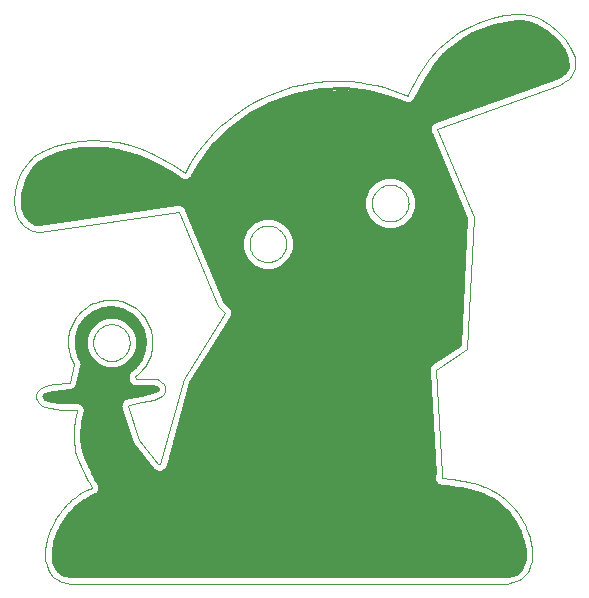
<source format=gtl>
G75*
G70*
%OFA0B0*%
%FSLAX24Y24*%
%IPPOS*%
%LPD*%
%AMOC8*
5,1,8,0,0,1.08239X$1,22.5*
%
%ADD10C,0.0000*%
%ADD11C,0.0240*%
%ADD12C,0.0100*%
D10*
X001382Y000617D02*
X001342Y000762D01*
X001315Y000858D01*
X001302Y000906D01*
X001299Y001092D01*
X001296Y001216D01*
X001295Y001278D01*
X001329Y001461D01*
X001352Y001583D01*
X001363Y001644D01*
X001427Y001821D01*
X001469Y001939D01*
X001491Y001998D01*
X001580Y002165D01*
X001640Y002277D01*
X001670Y002333D01*
X001784Y002488D01*
X001859Y002592D01*
X001897Y002643D01*
X002035Y002782D01*
X002126Y002875D01*
X002172Y002921D01*
X002331Y003039D01*
X002438Y003118D01*
X002491Y003157D01*
X002670Y003250D01*
X002789Y003311D01*
X002849Y003342D01*
X002774Y003482D01*
X002724Y003576D01*
X002698Y003623D01*
X002626Y003764D01*
X002578Y003858D01*
X002554Y003905D01*
X002487Y004049D01*
X002442Y004145D01*
X002420Y004192D01*
X002363Y004361D01*
X002325Y004474D01*
X002306Y004530D01*
X002278Y004705D01*
X002259Y004821D01*
X002249Y004879D01*
X002246Y005056D01*
X002245Y005174D01*
X002244Y005232D01*
X002264Y005408D01*
X002277Y005525D01*
X002283Y005584D01*
X002320Y005757D01*
X002345Y005873D01*
X002357Y005931D01*
X002323Y005931D01*
X002045Y005940D01*
X001760Y005946D01*
X001717Y005950D01*
X001591Y005968D01*
X001507Y005981D01*
X001464Y005987D01*
X001300Y006042D01*
X001190Y006079D01*
X001078Y006158D01*
X001028Y006248D01*
X000988Y006338D01*
X000988Y006448D01*
X001048Y006573D01*
X001158Y006668D01*
X001313Y006738D01*
X001548Y006788D01*
X002108Y006838D01*
X002258Y007468D01*
X002221Y007533D01*
X002188Y007600D01*
X002158Y007669D01*
X002132Y007739D01*
X002110Y007810D01*
X002092Y007883D01*
X002077Y007956D01*
X002066Y008030D01*
X002060Y008104D01*
X002057Y008179D01*
X002058Y008254D01*
X002064Y008328D01*
X002073Y008403D01*
X002086Y008476D01*
X002103Y008549D01*
X002124Y008621D01*
X002148Y008691D01*
X002176Y008761D01*
X002208Y008828D01*
X002244Y008894D01*
X002283Y008958D01*
X002325Y009020D01*
X002371Y009079D01*
X002419Y009136D01*
X002471Y009190D01*
X002525Y009241D01*
X002582Y009290D01*
X002641Y009335D01*
X002703Y009377D01*
X002767Y009416D01*
X002833Y009451D01*
X002901Y009483D01*
X002970Y009511D01*
X003041Y009536D01*
X003112Y009556D01*
X003185Y009573D01*
X003259Y009586D01*
X003333Y009595D01*
X003408Y009600D01*
X003483Y009601D01*
X003557Y009598D01*
X003632Y009591D01*
X003706Y009580D01*
X003779Y009566D01*
X003851Y009547D01*
X003923Y009525D01*
X003993Y009498D01*
X004061Y009468D01*
X004128Y009435D01*
X004193Y009398D01*
X004256Y009358D01*
X004317Y009314D01*
X004375Y009267D01*
X004431Y009217D01*
X004484Y009165D01*
X004534Y009109D01*
X004581Y009051D01*
X004625Y008991D01*
X004666Y008928D01*
X004703Y008863D01*
X004737Y008797D01*
X004767Y008728D01*
X004794Y008658D01*
X004817Y008587D01*
X004836Y008515D01*
X004851Y008442D01*
X004862Y008368D01*
X004869Y008293D01*
X004873Y008219D01*
X004872Y008144D01*
X004868Y008069D01*
X004859Y007995D01*
X004847Y007921D01*
X004830Y007848D01*
X004810Y007776D01*
X004786Y007706D01*
X004758Y007636D01*
X004727Y007568D01*
X004692Y007502D01*
X004654Y007438D01*
X004612Y007376D01*
X004567Y007316D01*
X004519Y007259D01*
X004468Y007204D01*
X004414Y007153D01*
X004357Y007104D01*
X004298Y007058D01*
X004308Y006968D01*
X004823Y006978D01*
X005008Y006958D01*
X005083Y006918D01*
X005173Y006878D01*
X005258Y006798D01*
X005298Y006688D01*
X005298Y006568D01*
X005258Y006468D01*
X005188Y006398D01*
X005068Y006328D01*
X004918Y006278D01*
X004538Y006198D01*
X004078Y006108D01*
X004058Y006078D01*
X004418Y004938D01*
X005068Y004128D01*
X005128Y004128D01*
X005908Y006958D01*
X006678Y008198D01*
X007288Y009178D01*
X007048Y009408D01*
X005758Y012538D01*
X001118Y011878D01*
X001098Y011878D01*
X000868Y011898D01*
X000588Y012068D01*
X000398Y012308D01*
X000288Y012588D01*
X000258Y012888D01*
X000288Y013218D01*
X000368Y013538D01*
X000428Y013698D01*
X000498Y013848D01*
X000678Y014138D01*
X000918Y014388D01*
X001218Y014568D01*
X001618Y014728D01*
X002028Y014838D01*
X002448Y014908D01*
X002868Y014928D01*
X002918Y014928D01*
X003308Y014908D01*
X003728Y014848D01*
X004128Y014748D01*
X004518Y014618D01*
X004888Y014468D01*
X005258Y014278D01*
X005608Y014068D01*
X005948Y013838D01*
X008108Y011468D02*
X008110Y011517D01*
X008116Y011566D01*
X008126Y011614D01*
X008139Y011661D01*
X008157Y011707D01*
X008178Y011751D01*
X008202Y011794D01*
X008230Y011834D01*
X008261Y011873D01*
X008295Y011908D01*
X008332Y011941D01*
X008371Y011970D01*
X008413Y011996D01*
X008456Y012019D01*
X008502Y012038D01*
X008548Y012054D01*
X008596Y012066D01*
X008644Y012074D01*
X008693Y012078D01*
X008743Y012078D01*
X008792Y012074D01*
X008840Y012066D01*
X008888Y012054D01*
X008934Y012038D01*
X008980Y012019D01*
X009023Y011996D01*
X009065Y011970D01*
X009104Y011941D01*
X009141Y011908D01*
X009175Y011873D01*
X009206Y011834D01*
X009234Y011794D01*
X009258Y011751D01*
X009279Y011707D01*
X009297Y011661D01*
X009310Y011614D01*
X009320Y011566D01*
X009326Y011517D01*
X009328Y011468D01*
X009326Y011419D01*
X009320Y011370D01*
X009310Y011322D01*
X009297Y011275D01*
X009279Y011229D01*
X009258Y011185D01*
X009234Y011142D01*
X009206Y011102D01*
X009175Y011063D01*
X009141Y011028D01*
X009104Y010995D01*
X009065Y010966D01*
X009023Y010940D01*
X008980Y010917D01*
X008934Y010898D01*
X008888Y010882D01*
X008840Y010870D01*
X008792Y010862D01*
X008743Y010858D01*
X008693Y010858D01*
X008644Y010862D01*
X008596Y010870D01*
X008548Y010882D01*
X008502Y010898D01*
X008456Y010917D01*
X008413Y010940D01*
X008371Y010966D01*
X008332Y010995D01*
X008295Y011028D01*
X008261Y011063D01*
X008230Y011102D01*
X008202Y011142D01*
X008178Y011185D01*
X008157Y011229D01*
X008139Y011275D01*
X008126Y011322D01*
X008116Y011370D01*
X008110Y011419D01*
X008108Y011468D01*
X005948Y013838D02*
X006084Y014082D01*
X006232Y014319D01*
X006391Y014549D01*
X006561Y014770D01*
X006741Y014983D01*
X006932Y015187D01*
X007133Y015382D01*
X007342Y015566D01*
X007561Y015740D01*
X007787Y015903D01*
X008022Y016055D01*
X008263Y016196D01*
X008511Y016324D01*
X008765Y016440D01*
X009024Y016544D01*
X009288Y016635D01*
X009557Y016713D01*
X009828Y016778D01*
X010103Y016830D01*
X010379Y016868D01*
X010657Y016892D01*
X010937Y016903D01*
X011216Y016901D01*
X011495Y016885D01*
X011772Y016855D01*
X012048Y016812D01*
X012322Y016755D01*
X012592Y016685D01*
X012859Y016603D01*
X013121Y016507D01*
X013378Y016398D01*
X013373Y016398D02*
X013768Y017138D01*
X014103Y017623D01*
X014388Y017953D01*
X014608Y018163D01*
X015078Y018513D01*
X015408Y018708D01*
X015798Y018878D01*
X016188Y019003D01*
X016583Y019088D01*
X017018Y019133D01*
X017168Y019133D01*
X017458Y019093D01*
X017748Y018988D01*
X018118Y018773D01*
X018368Y018573D01*
X018613Y018308D01*
X018803Y018038D01*
X018948Y017703D01*
X018958Y017323D01*
X018873Y017098D01*
X018763Y016963D01*
X018588Y016858D01*
X018448Y016768D01*
X014358Y015308D01*
X015578Y012378D01*
X015368Y007968D01*
X014328Y007268D01*
X014528Y003798D01*
X014508Y003678D01*
X014508Y003658D01*
X014809Y003625D01*
X014870Y003619D01*
X015052Y003590D01*
X015174Y003570D01*
X015234Y003561D01*
X015414Y003523D01*
X015534Y003497D01*
X015594Y003484D01*
X015789Y003421D01*
X015919Y003379D01*
X015984Y003358D01*
X016164Y003264D01*
X016283Y003202D01*
X016343Y003171D01*
X016502Y003051D01*
X016608Y002971D01*
X016661Y002932D01*
X016798Y002791D01*
X016889Y002698D01*
X016934Y002651D01*
X017048Y002495D01*
X017123Y002391D01*
X017161Y002339D01*
X017250Y002170D01*
X017310Y002058D01*
X017340Y002002D01*
X017403Y001824D01*
X017446Y001706D01*
X017467Y001647D01*
X017501Y001463D01*
X017524Y001340D01*
X017535Y001279D01*
X017533Y001093D01*
X017531Y000968D01*
X017530Y000906D01*
X017463Y000721D01*
X017419Y000597D01*
X017397Y000535D01*
X017250Y000392D01*
X017152Y000297D01*
X017103Y000250D01*
X016899Y000189D01*
X016762Y000148D01*
X016718Y000138D01*
X002158Y000138D01*
X001993Y000173D01*
X001885Y000191D01*
X001831Y000200D01*
X001694Y000283D01*
X001603Y000338D01*
X001558Y000366D01*
X001470Y000492D01*
X001411Y000575D01*
X001382Y000617D01*
X002894Y008177D02*
X002896Y008226D01*
X002902Y008275D01*
X002912Y008323D01*
X002925Y008370D01*
X002943Y008416D01*
X002964Y008460D01*
X002988Y008503D01*
X003016Y008543D01*
X003047Y008582D01*
X003081Y008617D01*
X003118Y008650D01*
X003157Y008679D01*
X003199Y008705D01*
X003242Y008728D01*
X003288Y008747D01*
X003334Y008763D01*
X003382Y008775D01*
X003430Y008783D01*
X003479Y008787D01*
X003529Y008787D01*
X003578Y008783D01*
X003626Y008775D01*
X003674Y008763D01*
X003720Y008747D01*
X003766Y008728D01*
X003809Y008705D01*
X003851Y008679D01*
X003890Y008650D01*
X003927Y008617D01*
X003961Y008582D01*
X003992Y008543D01*
X004020Y008503D01*
X004044Y008460D01*
X004065Y008416D01*
X004083Y008370D01*
X004096Y008323D01*
X004106Y008275D01*
X004112Y008226D01*
X004114Y008177D01*
X004112Y008128D01*
X004106Y008079D01*
X004096Y008031D01*
X004083Y007984D01*
X004065Y007938D01*
X004044Y007894D01*
X004020Y007851D01*
X003992Y007811D01*
X003961Y007772D01*
X003927Y007737D01*
X003890Y007704D01*
X003851Y007675D01*
X003809Y007649D01*
X003766Y007626D01*
X003720Y007607D01*
X003674Y007591D01*
X003626Y007579D01*
X003578Y007571D01*
X003529Y007567D01*
X003479Y007567D01*
X003430Y007571D01*
X003382Y007579D01*
X003334Y007591D01*
X003288Y007607D01*
X003242Y007626D01*
X003199Y007649D01*
X003157Y007675D01*
X003118Y007704D01*
X003081Y007737D01*
X003047Y007772D01*
X003016Y007811D01*
X002988Y007851D01*
X002964Y007894D01*
X002943Y007938D01*
X002925Y007984D01*
X002912Y008031D01*
X002902Y008079D01*
X002896Y008128D01*
X002894Y008177D01*
X012188Y012828D02*
X012190Y012877D01*
X012196Y012926D01*
X012206Y012974D01*
X012219Y013021D01*
X012237Y013067D01*
X012258Y013111D01*
X012282Y013154D01*
X012310Y013194D01*
X012341Y013233D01*
X012375Y013268D01*
X012412Y013301D01*
X012451Y013330D01*
X012493Y013356D01*
X012536Y013379D01*
X012582Y013398D01*
X012628Y013414D01*
X012676Y013426D01*
X012724Y013434D01*
X012773Y013438D01*
X012823Y013438D01*
X012872Y013434D01*
X012920Y013426D01*
X012968Y013414D01*
X013014Y013398D01*
X013060Y013379D01*
X013103Y013356D01*
X013145Y013330D01*
X013184Y013301D01*
X013221Y013268D01*
X013255Y013233D01*
X013286Y013194D01*
X013314Y013154D01*
X013338Y013111D01*
X013359Y013067D01*
X013377Y013021D01*
X013390Y012974D01*
X013400Y012926D01*
X013406Y012877D01*
X013408Y012828D01*
X013406Y012779D01*
X013400Y012730D01*
X013390Y012682D01*
X013377Y012635D01*
X013359Y012589D01*
X013338Y012545D01*
X013314Y012502D01*
X013286Y012462D01*
X013255Y012423D01*
X013221Y012388D01*
X013184Y012355D01*
X013145Y012326D01*
X013103Y012300D01*
X013060Y012277D01*
X013014Y012258D01*
X012968Y012242D01*
X012920Y012230D01*
X012872Y012222D01*
X012823Y012218D01*
X012773Y012218D01*
X012724Y012222D01*
X012676Y012230D01*
X012628Y012242D01*
X012582Y012258D01*
X012536Y012277D01*
X012493Y012300D01*
X012451Y012326D01*
X012412Y012355D01*
X012375Y012388D01*
X012341Y012423D01*
X012310Y012462D01*
X012282Y012502D01*
X012258Y012545D01*
X012237Y012589D01*
X012219Y012635D01*
X012206Y012682D01*
X012196Y012730D01*
X012190Y012779D01*
X012188Y012828D01*
D11*
X014008Y011879D03*
X014258Y012288D03*
X010158Y012038D03*
X007758Y013788D03*
X010008Y015788D03*
X007258Y007656D03*
X002788Y006178D03*
D12*
X002569Y006072D02*
X002553Y006089D01*
X002540Y006108D01*
X002518Y006124D01*
X002499Y006142D01*
X002477Y006151D01*
X002458Y006165D01*
X002432Y006170D01*
X002407Y006181D01*
X002383Y006181D01*
X002361Y006185D01*
X002334Y006181D01*
X002327Y006181D01*
X002102Y006188D01*
X002100Y006189D01*
X002052Y006190D01*
X002004Y006192D01*
X002003Y006191D01*
X001772Y006196D01*
X001745Y006198D01*
X001677Y006208D01*
X001677Y006208D01*
X001583Y006222D01*
X001579Y006223D01*
X001523Y006231D01*
X001398Y006273D01*
X001304Y006304D01*
X001269Y006330D01*
X001252Y006360D01*
X001238Y006391D01*
X004220Y006391D01*
X004078Y006363D02*
X004078Y006363D01*
X004027Y006353D01*
X003981Y006344D01*
X003980Y006344D01*
X003937Y006314D01*
X003898Y006289D01*
X003898Y006288D01*
X003871Y006249D01*
X003870Y006247D01*
X003859Y006238D01*
X003843Y006207D01*
X003843Y006206D01*
X003843Y006206D01*
X003823Y006176D01*
X003820Y006162D01*
X003813Y006150D01*
X003810Y006113D01*
X003803Y006078D01*
X003806Y006064D01*
X003805Y006050D01*
X003816Y006016D01*
X003823Y005981D01*
X003830Y005969D01*
X004179Y004866D01*
X004192Y004821D01*
X004194Y004818D01*
X004195Y004816D01*
X004225Y004780D01*
X004851Y004000D01*
X004856Y003987D01*
X004882Y003961D01*
X004904Y003933D01*
X004917Y003926D01*
X004926Y003916D01*
X004960Y003903D01*
X004991Y003885D01*
X005005Y003884D01*
X005018Y003878D01*
X005054Y003878D01*
X005090Y003874D01*
X005099Y003877D01*
X005110Y003874D01*
X005144Y003878D01*
X005178Y003878D01*
X005192Y003884D01*
X005208Y003886D01*
X005238Y003903D01*
X005270Y003916D01*
X005281Y003928D01*
X005295Y003936D01*
X005316Y003963D01*
X005340Y003987D01*
X005346Y004001D01*
X005356Y004014D01*
X005365Y004047D01*
X005378Y004079D01*
X005378Y004095D01*
X006139Y006857D01*
X006885Y008058D01*
X007486Y009024D01*
X007503Y009041D01*
X007513Y009066D01*
X007527Y009088D01*
X007530Y009112D01*
X007539Y009134D01*
X007539Y009160D01*
X007543Y009187D01*
X007537Y009210D01*
X007537Y009233D01*
X007526Y009258D01*
X007520Y009283D01*
X007506Y009303D01*
X007497Y009324D01*
X007478Y009343D01*
X007462Y009364D01*
X007442Y009377D01*
X007259Y009552D01*
X006001Y012605D01*
X005999Y012623D01*
X005982Y012650D01*
X005970Y012680D01*
X005957Y012693D01*
X005948Y012708D01*
X005923Y012727D01*
X005900Y012750D01*
X005883Y012757D01*
X005868Y012768D01*
X005838Y012776D01*
X005808Y012788D01*
X005790Y012788D01*
X005772Y012793D01*
X005740Y012788D01*
X005709Y012788D01*
X005692Y012781D01*
X001104Y012129D01*
X000948Y012142D01*
X000756Y012259D01*
X000617Y012434D01*
X000533Y012648D01*
X000509Y012889D01*
X000535Y013176D01*
X000607Y013464D01*
X000659Y013602D01*
X000718Y013729D01*
X000877Y013984D01*
X001075Y014191D01*
X001329Y014344D01*
X001698Y014491D01*
X002081Y014594D01*
X002475Y014659D01*
X002874Y014678D01*
X002912Y014678D01*
X003284Y014659D01*
X003680Y014603D01*
X004058Y014508D01*
X004432Y014384D01*
X004784Y014241D01*
X005137Y014059D01*
X005474Y013857D01*
X005779Y013651D01*
X005788Y013640D01*
X005820Y013623D01*
X005849Y013603D01*
X005863Y013601D01*
X005876Y013594D01*
X005912Y013591D01*
X005947Y013583D01*
X005961Y013586D01*
X005975Y013585D01*
X006009Y013596D01*
X006044Y013602D01*
X006056Y013610D01*
X006070Y013614D01*
X006097Y013637D01*
X006127Y013657D01*
X006135Y013669D01*
X006146Y013678D01*
X006163Y013710D01*
X006183Y013739D01*
X006185Y013749D01*
X006376Y014081D01*
X006866Y014747D01*
X007452Y015331D01*
X008118Y015821D01*
X008851Y016205D01*
X009633Y016475D01*
X010447Y016624D01*
X011274Y016648D01*
X012095Y016548D01*
X012892Y016326D01*
X013250Y016181D01*
X013299Y016154D01*
X013314Y016153D01*
X013321Y016150D01*
X013355Y016149D01*
X013398Y016145D01*
X013407Y016147D01*
X013420Y016147D01*
X013479Y016169D01*
X013493Y016174D01*
X013496Y016176D01*
X013513Y016182D01*
X013586Y016250D01*
X013626Y016341D01*
X013626Y016342D01*
X013982Y017008D01*
X014301Y017470D01*
X014569Y017781D01*
X014770Y017972D01*
X015217Y018305D01*
X015522Y018485D01*
X015886Y018644D01*
X016253Y018761D01*
X016622Y018841D01*
X017031Y018883D01*
X017151Y018883D01*
X017398Y018849D01*
X017642Y018761D01*
X017976Y018567D01*
X018197Y018390D01*
X018418Y018151D01*
X018584Y017915D01*
X018699Y017648D01*
X018707Y017366D01*
X018654Y017225D01*
X018597Y017155D01*
X018499Y017096D01*
X018495Y017096D01*
X018455Y017070D01*
X018417Y017047D01*
X018415Y017044D01*
X018337Y016994D01*
X014315Y015558D01*
X014308Y015558D01*
X014268Y015542D01*
X014227Y015527D01*
X014222Y015523D01*
X014216Y015520D01*
X014186Y015490D01*
X014153Y015460D01*
X014151Y015454D01*
X014146Y015450D01*
X014130Y015410D01*
X014111Y015370D01*
X014111Y015364D01*
X014108Y015358D01*
X007488Y015358D01*
X007380Y015260D02*
X014108Y015260D01*
X014108Y015258D02*
X014125Y015218D01*
X014139Y015177D01*
X014144Y015173D01*
X015326Y012334D01*
X015124Y008106D01*
X014203Y007486D01*
X014175Y007472D01*
X014162Y007458D01*
X014147Y007448D01*
X014130Y007421D01*
X014108Y007398D01*
X014102Y007380D01*
X014092Y007365D01*
X014086Y007334D01*
X014076Y007304D01*
X014077Y007285D01*
X014073Y007267D01*
X014080Y007236D01*
X014277Y003812D01*
X014266Y003748D01*
X014258Y003728D01*
X014258Y003699D01*
X014253Y003670D01*
X014256Y003657D01*
X014254Y003636D01*
X014258Y003623D01*
X014258Y003609D01*
X014272Y003575D01*
X014282Y003541D01*
X014291Y003530D01*
X014296Y003517D01*
X014321Y003491D01*
X014344Y003463D01*
X014357Y003456D01*
X014366Y003446D01*
X014400Y003433D01*
X014431Y003415D01*
X014445Y003414D01*
X014458Y003408D01*
X014494Y003408D01*
X014734Y003382D01*
X014735Y003382D01*
X014781Y003377D01*
X014831Y003371D01*
X014832Y003372D01*
X014838Y003371D01*
X015062Y003335D01*
X015062Y003335D01*
X015183Y003316D01*
X015188Y003315D01*
X015411Y003268D01*
X015460Y003257D01*
X015530Y003243D01*
X015699Y003188D01*
X015795Y003157D01*
X015795Y003157D01*
X015834Y003144D01*
X015887Y003127D01*
X016047Y003043D01*
X016168Y002980D01*
X016209Y002959D01*
X016312Y002881D01*
X016450Y002778D01*
X016495Y002743D01*
X016653Y002581D01*
X016653Y002581D01*
X016708Y002525D01*
X016742Y002490D01*
X016865Y002321D01*
X016892Y002284D01*
X016916Y002251D01*
X016948Y002206D01*
X017006Y002097D01*
X017008Y002093D01*
X017053Y002009D01*
X017107Y001907D01*
X017110Y001901D01*
X017168Y001740D01*
X017204Y001639D01*
X017225Y001581D01*
X017265Y001368D01*
X017277Y001302D01*
X017285Y001258D01*
X017283Y001146D01*
X017283Y001138D01*
X017282Y001047D01*
X017281Y001000D01*
X017280Y000951D01*
X017245Y000851D01*
X017245Y000851D01*
X017200Y000727D01*
X017181Y000674D01*
X017041Y000537D01*
X017014Y000511D01*
X016980Y000479D01*
X016973Y000472D01*
X016875Y000443D01*
X016875Y000443D01*
X016699Y000390D01*
X016690Y000388D01*
X002184Y000388D01*
X002088Y000409D01*
X002083Y000411D01*
X002039Y000419D01*
X001996Y000428D01*
X001991Y000427D01*
X001920Y000439D01*
X001867Y000471D01*
X001775Y000526D01*
X001775Y000526D01*
X001739Y000548D01*
X001732Y000552D01*
X001664Y000650D01*
X001611Y000725D01*
X001596Y000781D01*
X001571Y000869D01*
X001569Y000877D01*
X001556Y000924D01*
X001551Y000942D01*
X001549Y001046D01*
X001549Y001046D01*
X001548Y001132D01*
X001548Y001146D01*
X001546Y001216D01*
X001546Y001257D01*
X001584Y001464D01*
X001606Y001579D01*
X001645Y001690D01*
X001645Y001690D01*
X001650Y001703D01*
X001679Y001783D01*
X001679Y001783D01*
X001704Y001853D01*
X001720Y001896D01*
X001777Y002004D01*
X001777Y002004D01*
X001803Y002053D01*
X001824Y002091D01*
X001824Y002091D01*
X001858Y002155D01*
X001882Y002199D01*
X001960Y002306D01*
X002031Y002404D01*
X002032Y002404D01*
X002088Y002481D01*
X002177Y002571D01*
X002178Y002571D01*
X002269Y002664D01*
X002336Y002732D01*
X002472Y002832D01*
X002546Y002888D01*
X002547Y002888D01*
X002589Y002919D01*
X002624Y002945D01*
X002829Y003050D01*
X002829Y003050D01*
X002860Y003067D01*
X002903Y003089D01*
X002921Y003098D01*
X002923Y003098D01*
X002967Y003122D01*
X003008Y003143D01*
X003009Y003145D01*
X003011Y003145D01*
X003042Y003183D01*
X003072Y003219D01*
X003073Y003221D01*
X003074Y003222D01*
X003088Y003268D01*
X003102Y003314D01*
X003102Y003316D01*
X003103Y003318D01*
X003098Y003365D01*
X003094Y003413D01*
X003093Y003415D01*
X003093Y003417D01*
X003069Y003460D01*
X003048Y003501D01*
X003047Y003502D01*
X002971Y003644D01*
X002970Y003644D01*
X002967Y003650D01*
X002967Y003651D01*
X002955Y003673D01*
X002920Y003738D01*
X002920Y003738D01*
X002920Y003738D01*
X002871Y003834D01*
X002846Y003883D01*
X002826Y003922D01*
X002807Y003958D01*
X002778Y004015D01*
X002713Y004155D01*
X002690Y004205D01*
X002679Y004228D01*
X002653Y004285D01*
X002616Y004394D01*
X002616Y004394D01*
X002597Y004449D01*
X002584Y004488D01*
X002578Y004507D01*
X002560Y004561D01*
X002550Y004591D01*
X002532Y004696D01*
X002513Y004813D01*
X002504Y004872D01*
X002499Y004902D01*
X002497Y005010D01*
X002496Y005074D01*
X002496Y005109D01*
X002496Y005109D01*
X002495Y005179D01*
X002494Y005220D01*
X002507Y005331D01*
X002511Y005371D01*
X002518Y005430D01*
X002520Y005448D01*
X002526Y005509D01*
X002530Y005544D01*
X002554Y005656D01*
X002554Y005656D01*
X002570Y005732D01*
X002575Y005754D01*
X002579Y005772D01*
X002582Y005786D01*
X002597Y005856D01*
X002607Y005881D01*
X002607Y005904D01*
X002612Y005927D01*
X002607Y005954D01*
X002607Y005980D01*
X002598Y006002D01*
X002594Y006025D01*
X002579Y006047D01*
X002569Y006072D01*
X002548Y006095D02*
X003807Y006095D01*
X003819Y005997D02*
X002600Y005997D01*
X002607Y005898D02*
X003853Y005898D01*
X003884Y005799D02*
X002585Y005799D01*
X002579Y005772D02*
X002579Y005772D01*
X002575Y005754D02*
X002575Y005754D01*
X002564Y005701D02*
X003915Y005701D01*
X003946Y005602D02*
X002543Y005602D01*
X002526Y005504D02*
X003977Y005504D01*
X004008Y005405D02*
X002515Y005405D01*
X002520Y005448D02*
X002520Y005448D01*
X002504Y005307D02*
X004040Y005307D01*
X004071Y005208D02*
X002494Y005208D01*
X002496Y005110D02*
X004102Y005110D01*
X004133Y005011D02*
X002497Y005011D01*
X002497Y005010D02*
X002497Y005010D01*
X002499Y004913D02*
X004164Y004913D01*
X004196Y004814D02*
X002513Y004814D01*
X002513Y004813D02*
X002513Y004813D01*
X002529Y004716D02*
X004276Y004716D01*
X004355Y004617D02*
X002545Y004617D01*
X002574Y004518D02*
X004434Y004518D01*
X004514Y004420D02*
X002607Y004420D01*
X002584Y004488D02*
X002584Y004488D01*
X002578Y004507D02*
X002578Y004507D01*
X002640Y004321D02*
X004593Y004321D01*
X004672Y004223D02*
X002682Y004223D01*
X002690Y004205D02*
X002690Y004205D01*
X002727Y004124D02*
X004751Y004124D01*
X004830Y004026D02*
X002773Y004026D01*
X002823Y003927D02*
X004915Y003927D01*
X005280Y003927D02*
X014270Y003927D01*
X014276Y003829D02*
X002874Y003829D01*
X002871Y003834D02*
X002871Y003834D01*
X002826Y003922D02*
X002826Y003922D01*
X002925Y003730D02*
X014259Y003730D01*
X014255Y003632D02*
X002977Y003632D01*
X003030Y003533D02*
X014288Y003533D01*
X014395Y003434D02*
X003083Y003434D01*
X003101Y003336D02*
X015058Y003336D01*
X015183Y003316D02*
X015183Y003316D01*
X015411Y003268D02*
X015411Y003268D01*
X015546Y003237D02*
X003078Y003237D01*
X003000Y003139D02*
X015850Y003139D01*
X016053Y003040D02*
X002809Y003040D01*
X002860Y003067D02*
X002860Y003067D01*
X002620Y002942D02*
X016231Y002942D01*
X016312Y002881D02*
X016312Y002881D01*
X016362Y002843D02*
X002486Y002843D01*
X002353Y002745D02*
X016493Y002745D01*
X016590Y002646D02*
X002251Y002646D01*
X002269Y002664D02*
X002269Y002664D01*
X002154Y002548D02*
X016686Y002548D01*
X016772Y002449D02*
X002065Y002449D01*
X001992Y002350D02*
X016844Y002350D01*
X016892Y002284D02*
X016892Y002284D01*
X016915Y002252D02*
X001920Y002252D01*
X001857Y002153D02*
X016976Y002153D01*
X017006Y002097D02*
X017006Y002097D01*
X017028Y002055D02*
X001804Y002055D01*
X001752Y001956D02*
X017081Y001956D01*
X017053Y002009D02*
X017053Y002009D01*
X017126Y001858D02*
X001706Y001858D01*
X001670Y001759D02*
X017161Y001759D01*
X017196Y001661D02*
X001635Y001661D01*
X001602Y001562D02*
X017228Y001562D01*
X017247Y001464D02*
X001584Y001464D01*
X001566Y001365D02*
X017265Y001365D01*
X017283Y001266D02*
X001547Y001266D01*
X001547Y001168D02*
X017284Y001168D01*
X017282Y001069D02*
X001549Y001069D01*
X001551Y000971D02*
X017281Y000971D01*
X017252Y000872D02*
X001571Y000872D01*
X001596Y000781D02*
X001596Y000781D01*
X001598Y000774D02*
X017217Y000774D01*
X017182Y000675D02*
X001647Y000675D01*
X001715Y000577D02*
X017081Y000577D01*
X017041Y000537D02*
X017041Y000537D01*
X017014Y000511D02*
X017014Y000511D01*
X016979Y000478D02*
X001855Y000478D01*
X005359Y004026D02*
X014265Y004026D01*
X014259Y004124D02*
X005386Y004124D01*
X005413Y004223D02*
X014253Y004223D01*
X014248Y004321D02*
X005441Y004321D01*
X005468Y004420D02*
X014242Y004420D01*
X014236Y004518D02*
X005495Y004518D01*
X005522Y004617D02*
X014231Y004617D01*
X014225Y004716D02*
X005549Y004716D01*
X005576Y004814D02*
X014219Y004814D01*
X014213Y004913D02*
X005604Y004913D01*
X005631Y005011D02*
X014208Y005011D01*
X014202Y005110D02*
X005658Y005110D01*
X005685Y005208D02*
X014196Y005208D01*
X014191Y005307D02*
X005712Y005307D01*
X005739Y005405D02*
X014185Y005405D01*
X014179Y005504D02*
X005766Y005504D01*
X005794Y005602D02*
X014174Y005602D01*
X014168Y005701D02*
X005821Y005701D01*
X005848Y005799D02*
X014162Y005799D01*
X014157Y005898D02*
X005875Y005898D01*
X005902Y005997D02*
X014151Y005997D01*
X014145Y006095D02*
X005929Y006095D01*
X005957Y006194D02*
X014140Y006194D01*
X014134Y006292D02*
X005984Y006292D01*
X006011Y006391D02*
X014128Y006391D01*
X014123Y006489D02*
X006038Y006489D01*
X006065Y006588D02*
X014117Y006588D01*
X014111Y006686D02*
X006092Y006686D01*
X006120Y006785D02*
X014106Y006785D01*
X014100Y006883D02*
X006156Y006883D01*
X006217Y006982D02*
X014094Y006982D01*
X014089Y007081D02*
X006278Y007081D01*
X006339Y007179D02*
X014083Y007179D01*
X014075Y007278D02*
X006401Y007278D01*
X006462Y007376D02*
X014100Y007376D01*
X014181Y007475D02*
X006523Y007475D01*
X006584Y007573D02*
X014333Y007573D01*
X014480Y007672D02*
X006645Y007672D01*
X006707Y007770D02*
X014626Y007770D01*
X014773Y007869D02*
X006768Y007869D01*
X006829Y007967D02*
X014919Y007967D01*
X015066Y008066D02*
X006890Y008066D01*
X006951Y008165D02*
X015127Y008165D01*
X015132Y008263D02*
X007013Y008263D01*
X007074Y008362D02*
X015137Y008362D01*
X015141Y008460D02*
X007135Y008460D01*
X007197Y008559D02*
X015146Y008559D01*
X015151Y008657D02*
X007258Y008657D01*
X007319Y008756D02*
X015155Y008756D01*
X015160Y008854D02*
X007381Y008854D01*
X007442Y008953D02*
X015165Y008953D01*
X015169Y009051D02*
X007507Y009051D01*
X007539Y009150D02*
X015174Y009150D01*
X015179Y009249D02*
X007530Y009249D01*
X007475Y009347D02*
X015184Y009347D01*
X015188Y009446D02*
X007370Y009446D01*
X007268Y009544D02*
X015193Y009544D01*
X015198Y009643D02*
X007222Y009643D01*
X007181Y009741D02*
X015202Y009741D01*
X015207Y009840D02*
X007141Y009840D01*
X007100Y009938D02*
X015212Y009938D01*
X015216Y010037D02*
X007059Y010037D01*
X007019Y010135D02*
X015221Y010135D01*
X015226Y010234D02*
X006978Y010234D01*
X006938Y010332D02*
X015230Y010332D01*
X015235Y010431D02*
X006897Y010431D01*
X006856Y010530D02*
X015240Y010530D01*
X015245Y010628D02*
X008937Y010628D01*
X008889Y010608D02*
X009205Y010739D01*
X009447Y010981D01*
X009578Y011297D01*
X009578Y011639D01*
X009447Y011956D01*
X009205Y012198D01*
X008889Y012329D01*
X008547Y012329D01*
X008231Y012198D01*
X007989Y011956D01*
X007858Y011639D01*
X007858Y011297D01*
X007989Y010981D01*
X008231Y010739D01*
X008547Y010608D01*
X008889Y010608D01*
X009175Y010727D02*
X015249Y010727D01*
X015254Y010825D02*
X009291Y010825D01*
X009390Y010924D02*
X015259Y010924D01*
X015263Y011022D02*
X009464Y011022D01*
X009505Y011121D02*
X015268Y011121D01*
X015273Y011219D02*
X009546Y011219D01*
X009578Y011318D02*
X015277Y011318D01*
X015282Y011416D02*
X009578Y011416D01*
X009578Y011515D02*
X015287Y011515D01*
X015291Y011614D02*
X009578Y011614D01*
X009548Y011712D02*
X015296Y011712D01*
X015301Y011811D02*
X009507Y011811D01*
X009467Y011909D02*
X015306Y011909D01*
X015310Y012008D02*
X013065Y012008D01*
X012969Y011968D02*
X013285Y012099D01*
X013527Y012341D01*
X013658Y012657D01*
X013658Y012999D01*
X013527Y013316D01*
X013285Y013558D01*
X012969Y013689D01*
X012627Y013689D01*
X012311Y013558D01*
X012069Y013316D01*
X011938Y012999D01*
X011938Y012657D01*
X012069Y012341D01*
X012311Y012099D01*
X012627Y011968D01*
X012969Y011968D01*
X013293Y012106D02*
X015315Y012106D01*
X015320Y012205D02*
X013391Y012205D01*
X013490Y012303D02*
X015324Y012303D01*
X015297Y012402D02*
X013553Y012402D01*
X013593Y012500D02*
X015256Y012500D01*
X015215Y012599D02*
X013634Y012599D01*
X013658Y012698D02*
X015174Y012698D01*
X015133Y012796D02*
X013658Y012796D01*
X013658Y012895D02*
X015092Y012895D01*
X015051Y012993D02*
X013658Y012993D01*
X013620Y013092D02*
X015010Y013092D01*
X014969Y013190D02*
X013579Y013190D01*
X013539Y013289D02*
X014928Y013289D01*
X014887Y013387D02*
X013456Y013387D01*
X013357Y013486D02*
X014846Y013486D01*
X014805Y013584D02*
X013221Y013584D01*
X012983Y013683D02*
X014764Y013683D01*
X014723Y013781D02*
X006204Y013781D01*
X006149Y013683D02*
X012614Y013683D01*
X012376Y013584D02*
X005951Y013584D01*
X005942Y013584D02*
X000652Y013584D01*
X000615Y013486D02*
X012239Y013486D01*
X012141Y013387D02*
X000588Y013387D01*
X000563Y013289D02*
X012058Y013289D01*
X012017Y013190D02*
X000539Y013190D01*
X000528Y013092D02*
X011976Y013092D01*
X011938Y012993D02*
X000519Y012993D01*
X000510Y012895D02*
X011938Y012895D01*
X011938Y012796D02*
X000519Y012796D01*
X000528Y012698D02*
X005102Y012698D01*
X004409Y012599D02*
X000553Y012599D01*
X000591Y012500D02*
X003717Y012500D01*
X003024Y012402D02*
X000643Y012402D01*
X000721Y012303D02*
X002331Y012303D01*
X001638Y012205D02*
X000845Y012205D01*
X000697Y013683D02*
X005732Y013683D01*
X005586Y013781D02*
X000751Y013781D01*
X000812Y013880D02*
X005436Y013880D01*
X005272Y013979D02*
X000873Y013979D01*
X000966Y014077D02*
X005103Y014077D01*
X004911Y014176D02*
X001060Y014176D01*
X001214Y014274D02*
X004702Y014274D01*
X004459Y014373D02*
X001402Y014373D01*
X001649Y014471D02*
X004169Y014471D01*
X003811Y014570D02*
X001992Y014570D01*
X002665Y014668D02*
X003106Y014668D01*
X005954Y012698D02*
X011938Y012698D01*
X011962Y012599D02*
X006003Y012599D01*
X006044Y012500D02*
X012003Y012500D01*
X012044Y012402D02*
X006085Y012402D01*
X006125Y012303D02*
X008486Y012303D01*
X008248Y012205D02*
X006166Y012205D01*
X006207Y012106D02*
X008139Y012106D01*
X008041Y012008D02*
X006247Y012008D01*
X006288Y011909D02*
X007970Y011909D01*
X007929Y011811D02*
X006328Y011811D01*
X006369Y011712D02*
X007888Y011712D01*
X007858Y011614D02*
X006410Y011614D01*
X006450Y011515D02*
X007858Y011515D01*
X007858Y011416D02*
X006491Y011416D01*
X006531Y011318D02*
X007858Y011318D01*
X007890Y011219D02*
X006572Y011219D01*
X006613Y011121D02*
X007931Y011121D01*
X007972Y011022D02*
X006653Y011022D01*
X006694Y010924D02*
X008046Y010924D01*
X008145Y010825D02*
X006735Y010825D01*
X006775Y010727D02*
X008261Y010727D01*
X008499Y010628D02*
X006816Y010628D01*
X008950Y012303D02*
X012107Y012303D01*
X012205Y012205D02*
X009188Y012205D01*
X009297Y012106D02*
X012304Y012106D01*
X012531Y012008D02*
X009395Y012008D01*
X006736Y014570D02*
X014395Y014570D01*
X014354Y014668D02*
X006809Y014668D01*
X006887Y014767D02*
X014313Y014767D01*
X014272Y014865D02*
X006985Y014865D01*
X007084Y014964D02*
X014231Y014964D01*
X014190Y015063D02*
X007183Y015063D01*
X007281Y015161D02*
X014149Y015161D01*
X014108Y015258D02*
X014108Y015265D01*
X014106Y015271D01*
X014108Y015314D01*
X014108Y015358D01*
X014152Y015457D02*
X007622Y015457D01*
X007757Y015555D02*
X014301Y015555D01*
X014582Y015654D02*
X007891Y015654D01*
X008025Y015752D02*
X014858Y015752D01*
X015135Y015851D02*
X008175Y015851D01*
X008363Y015949D02*
X015411Y015949D01*
X015687Y016048D02*
X008551Y016048D01*
X008739Y016147D02*
X013379Y016147D01*
X013404Y016147D02*
X015963Y016147D01*
X016239Y016245D02*
X013580Y016245D01*
X013627Y016344D02*
X016515Y016344D01*
X016791Y016442D02*
X013680Y016442D01*
X013732Y016541D02*
X017067Y016541D01*
X017343Y016639D02*
X013785Y016639D01*
X013838Y016738D02*
X017619Y016738D01*
X017895Y016836D02*
X013890Y016836D01*
X013943Y016935D02*
X018171Y016935D01*
X018398Y017033D02*
X013999Y017033D01*
X014067Y017132D02*
X018558Y017132D01*
X018656Y017231D02*
X014136Y017231D01*
X014204Y017329D02*
X018693Y017329D01*
X018705Y017428D02*
X014272Y017428D01*
X014349Y017526D02*
X018703Y017526D01*
X018700Y017625D02*
X014435Y017625D01*
X014520Y017723D02*
X018667Y017723D01*
X018624Y017822D02*
X014612Y017822D01*
X014716Y017920D02*
X018580Y017920D01*
X018511Y018019D02*
X014833Y018019D01*
X014965Y018117D02*
X018442Y018117D01*
X018358Y018216D02*
X015097Y018216D01*
X015233Y018314D02*
X018267Y018314D01*
X018168Y018413D02*
X015400Y018413D01*
X015582Y018512D02*
X018045Y018512D01*
X017901Y018610D02*
X015808Y018610D01*
X016088Y018709D02*
X017732Y018709D01*
X017514Y018807D02*
X016465Y018807D01*
X013091Y016245D02*
X008967Y016245D01*
X009253Y016344D02*
X012829Y016344D01*
X012475Y016442D02*
X009539Y016442D01*
X009994Y016541D02*
X012122Y016541D01*
X011347Y016639D02*
X010975Y016639D01*
X014436Y014471D02*
X006663Y014471D01*
X006591Y014373D02*
X014477Y014373D01*
X014518Y014274D02*
X006518Y014274D01*
X006446Y014176D02*
X014559Y014176D01*
X014600Y014077D02*
X006374Y014077D01*
X006317Y013979D02*
X014641Y013979D01*
X014682Y013880D02*
X006260Y013880D01*
X003854Y009284D02*
X003528Y009350D01*
X003196Y009320D01*
X002886Y009196D01*
X002624Y008990D01*
X002432Y008717D01*
X002326Y008402D01*
X002314Y008069D01*
X002397Y007746D01*
X002472Y007597D01*
X002497Y007557D01*
X002497Y007556D01*
X002498Y007554D01*
X002505Y007506D01*
X002513Y007459D01*
X002512Y007457D01*
X002513Y007456D01*
X002501Y007409D01*
X002361Y006820D01*
X002361Y006811D01*
X002349Y006772D01*
X002340Y006732D01*
X002334Y006725D01*
X002332Y006716D01*
X002305Y006685D01*
X002281Y006651D01*
X002274Y006647D01*
X002268Y006640D01*
X002231Y006621D01*
X002197Y006599D01*
X002188Y006598D01*
X002180Y006594D01*
X002139Y006590D01*
X002099Y006584D01*
X002090Y006586D01*
X001585Y006541D01*
X001391Y006499D01*
X001294Y006455D01*
X001251Y006418D01*
X001238Y006391D01*
X001238Y006391D01*
X001341Y006292D02*
X003903Y006292D01*
X003898Y006289D02*
X003898Y006289D01*
X003843Y006207D02*
X003843Y006207D01*
X003835Y006194D02*
X001885Y006194D01*
X002125Y006588D02*
X005017Y006588D01*
X005034Y006598D02*
X004965Y006557D01*
X004853Y006520D01*
X004487Y006443D01*
X004078Y006363D01*
X003981Y006344D02*
X003981Y006344D01*
X004191Y006742D02*
X004228Y006731D01*
X004263Y006717D01*
X004275Y006718D01*
X004286Y006714D01*
X004325Y006719D01*
X004812Y006728D01*
X004931Y006715D01*
X004936Y006710D01*
X004974Y006693D01*
X005009Y006674D01*
X005018Y006673D01*
X005033Y006667D01*
X005044Y006657D01*
X005048Y006644D01*
X005048Y006616D01*
X005045Y006609D01*
X005034Y006598D01*
X004987Y006686D02*
X002307Y006686D01*
X002353Y006785D02*
X004137Y006785D01*
X004143Y006780D02*
X004171Y006754D01*
X004182Y006749D01*
X004191Y006742D01*
X004143Y006780D02*
X004113Y006804D01*
X004107Y006814D01*
X004099Y006823D01*
X004084Y006858D01*
X004065Y006891D01*
X004064Y006903D01*
X004059Y006914D01*
X004058Y006952D01*
X004051Y007015D01*
X004044Y007047D01*
X004046Y007063D01*
X004044Y007080D01*
X004054Y007113D01*
X004059Y007145D01*
X004067Y007159D01*
X004072Y007176D01*
X004093Y007202D01*
X004110Y007230D01*
X004123Y007240D01*
X004134Y007253D01*
X004158Y007267D01*
X004277Y007368D01*
X004479Y007634D01*
X004596Y007945D01*
X004620Y008278D01*
X004548Y008603D01*
X004386Y008895D01*
X004149Y009128D01*
X003854Y009284D01*
X003921Y009249D02*
X003017Y009249D01*
X002827Y009150D02*
X004107Y009150D01*
X004227Y009051D02*
X002703Y009051D01*
X002598Y008953D02*
X003131Y008953D01*
X003017Y008906D02*
X002775Y008664D01*
X002644Y008348D01*
X002644Y008006D01*
X002775Y007689D01*
X003017Y007447D01*
X003333Y007316D01*
X003676Y007316D01*
X003992Y007447D01*
X004234Y007689D01*
X004365Y008006D01*
X004365Y008348D01*
X004234Y008664D01*
X003992Y008906D01*
X003676Y009037D01*
X003333Y009037D01*
X003017Y008906D01*
X002966Y008854D02*
X002529Y008854D01*
X002459Y008756D02*
X002867Y008756D01*
X002772Y008657D02*
X002412Y008657D01*
X002379Y008559D02*
X002732Y008559D01*
X002691Y008460D02*
X002346Y008460D01*
X002324Y008362D02*
X002650Y008362D01*
X002644Y008263D02*
X002321Y008263D01*
X002317Y008165D02*
X002644Y008165D01*
X002644Y008066D02*
X002315Y008066D01*
X002340Y007967D02*
X002660Y007967D01*
X002701Y007869D02*
X002365Y007869D01*
X002391Y007770D02*
X002742Y007770D01*
X002793Y007672D02*
X002435Y007672D01*
X002487Y007573D02*
X002891Y007573D01*
X002990Y007475D02*
X002510Y007475D01*
X002493Y007376D02*
X003189Y007376D01*
X003820Y007376D02*
X004284Y007376D01*
X004358Y007475D02*
X004019Y007475D01*
X004118Y007573D02*
X004433Y007573D01*
X004493Y007672D02*
X004216Y007672D01*
X004267Y007770D02*
X004530Y007770D01*
X004567Y007869D02*
X004308Y007869D01*
X004349Y007967D02*
X004598Y007967D01*
X004605Y008066D02*
X004365Y008066D01*
X004365Y008165D02*
X004612Y008165D01*
X004619Y008263D02*
X004365Y008263D01*
X004359Y008362D02*
X004601Y008362D01*
X004580Y008460D02*
X004318Y008460D01*
X004277Y008559D02*
X004558Y008559D01*
X004518Y008657D02*
X004236Y008657D01*
X004142Y008756D02*
X004463Y008756D01*
X004409Y008854D02*
X004043Y008854D01*
X003878Y008953D02*
X004327Y008953D01*
X003540Y009347D02*
X003499Y009347D01*
X004171Y007278D02*
X002470Y007278D01*
X002446Y007179D02*
X004075Y007179D01*
X004044Y007081D02*
X002423Y007081D01*
X002399Y006982D02*
X004055Y006982D01*
X004069Y006883D02*
X002376Y006883D01*
X001369Y006489D02*
X004707Y006489D01*
M02*

</source>
